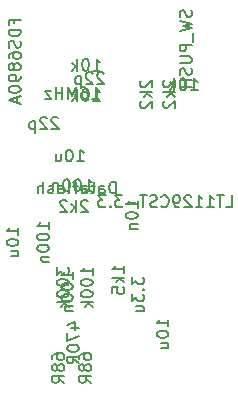
<source format=gbr>
G04 #@! TF.FileFunction,Other,Fab,Bot*
%FSLAX46Y46*%
G04 Gerber Fmt 4.6, Leading zero omitted, Abs format (unit mm)*
G04 Created by KiCad (PCBNEW 4.0.1-stable) date Monday, February 15, 2016 'PMt' 09:43:10 PM*
%MOMM*%
G01*
G04 APERTURE LIST*
%ADD10C,0.100000*%
%ADD11C,0.150000*%
G04 APERTURE END LIST*
D10*
D11*
X128937925Y-85389981D02*
X128937925Y-84389981D01*
X128699830Y-84389981D01*
X128556972Y-84437600D01*
X128461734Y-84532838D01*
X128414115Y-84628076D01*
X128366496Y-84818552D01*
X128366496Y-84961410D01*
X128414115Y-85151886D01*
X128461734Y-85247124D01*
X128556972Y-85342362D01*
X128699830Y-85389981D01*
X128937925Y-85389981D01*
X127509353Y-85389981D02*
X127509353Y-84866171D01*
X127556972Y-84770933D01*
X127652210Y-84723314D01*
X127842687Y-84723314D01*
X127937925Y-84770933D01*
X127509353Y-85342362D02*
X127604591Y-85389981D01*
X127842687Y-85389981D01*
X127937925Y-85342362D01*
X127985544Y-85247124D01*
X127985544Y-85151886D01*
X127937925Y-85056648D01*
X127842687Y-85009029D01*
X127604591Y-85009029D01*
X127509353Y-84961410D01*
X127176020Y-84723314D02*
X126795068Y-84723314D01*
X127033163Y-84389981D02*
X127033163Y-85247124D01*
X126985544Y-85342362D01*
X126890306Y-85389981D01*
X126795068Y-85389981D01*
X126033162Y-85389981D02*
X126033162Y-84866171D01*
X126080781Y-84770933D01*
X126176019Y-84723314D01*
X126366496Y-84723314D01*
X126461734Y-84770933D01*
X126033162Y-85342362D02*
X126128400Y-85389981D01*
X126366496Y-85389981D01*
X126461734Y-85342362D01*
X126509353Y-85247124D01*
X126509353Y-85151886D01*
X126461734Y-85056648D01*
X126366496Y-85009029D01*
X126128400Y-85009029D01*
X126033162Y-84961410D01*
X125699829Y-84723314D02*
X125318877Y-84723314D01*
X125556972Y-85389981D02*
X125556972Y-84532838D01*
X125509353Y-84437600D01*
X125414115Y-84389981D01*
X125318877Y-84389981D01*
X124842686Y-85389981D02*
X124937924Y-85342362D01*
X124985543Y-85247124D01*
X124985543Y-84389981D01*
X124033161Y-85389981D02*
X124033161Y-84866171D01*
X124080780Y-84770933D01*
X124176018Y-84723314D01*
X124366495Y-84723314D01*
X124461733Y-84770933D01*
X124033161Y-85342362D02*
X124128399Y-85389981D01*
X124366495Y-85389981D01*
X124461733Y-85342362D01*
X124509352Y-85247124D01*
X124509352Y-85151886D01*
X124461733Y-85056648D01*
X124366495Y-85009029D01*
X124128399Y-85009029D01*
X124033161Y-84961410D01*
X123604590Y-85342362D02*
X123509352Y-85389981D01*
X123318876Y-85389981D01*
X123223637Y-85342362D01*
X123176018Y-85247124D01*
X123176018Y-85199505D01*
X123223637Y-85104267D01*
X123318876Y-85056648D01*
X123461733Y-85056648D01*
X123556971Y-85009029D01*
X123604590Y-84913790D01*
X123604590Y-84866171D01*
X123556971Y-84770933D01*
X123461733Y-84723314D01*
X123318876Y-84723314D01*
X123223637Y-84770933D01*
X122747447Y-85389981D02*
X122747447Y-84389981D01*
X122318875Y-85389981D02*
X122318875Y-84866171D01*
X122366494Y-84770933D01*
X122461732Y-84723314D01*
X122604590Y-84723314D01*
X122699828Y-84770933D01*
X122747447Y-84818552D01*
X127894286Y-75244619D02*
X127846667Y-75197000D01*
X127751429Y-75149381D01*
X127513333Y-75149381D01*
X127418095Y-75197000D01*
X127370476Y-75244619D01*
X127322857Y-75339857D01*
X127322857Y-75435095D01*
X127370476Y-75577952D01*
X127941905Y-76149381D01*
X127322857Y-76149381D01*
X126941905Y-75244619D02*
X126894286Y-75197000D01*
X126799048Y-75149381D01*
X126560952Y-75149381D01*
X126465714Y-75197000D01*
X126418095Y-75244619D01*
X126370476Y-75339857D01*
X126370476Y-75435095D01*
X126418095Y-75577952D01*
X126989524Y-76149381D01*
X126370476Y-76149381D01*
X125941905Y-75482714D02*
X125941905Y-76482714D01*
X125941905Y-75530333D02*
X125846667Y-75482714D01*
X125656190Y-75482714D01*
X125560952Y-75530333D01*
X125513333Y-75577952D01*
X125465714Y-75673190D01*
X125465714Y-75958905D01*
X125513333Y-76054143D01*
X125560952Y-76101762D01*
X125656190Y-76149381D01*
X125846667Y-76149381D01*
X125941905Y-76101762D01*
X124023286Y-79044619D02*
X123975667Y-78997000D01*
X123880429Y-78949381D01*
X123642333Y-78949381D01*
X123547095Y-78997000D01*
X123499476Y-79044619D01*
X123451857Y-79139857D01*
X123451857Y-79235095D01*
X123499476Y-79377952D01*
X124070905Y-79949381D01*
X123451857Y-79949381D01*
X123070905Y-79044619D02*
X123023286Y-78997000D01*
X122928048Y-78949381D01*
X122689952Y-78949381D01*
X122594714Y-78997000D01*
X122547095Y-79044619D01*
X122499476Y-79139857D01*
X122499476Y-79235095D01*
X122547095Y-79377952D01*
X123118524Y-79949381D01*
X122499476Y-79949381D01*
X122070905Y-79282714D02*
X122070905Y-80282714D01*
X122070905Y-79330333D02*
X121975667Y-79282714D01*
X121785190Y-79282714D01*
X121689952Y-79330333D01*
X121642333Y-79377952D01*
X121594714Y-79473190D01*
X121594714Y-79758905D01*
X121642333Y-79854143D01*
X121689952Y-79901762D01*
X121785190Y-79949381D01*
X121975667Y-79949381D01*
X122070905Y-79901762D01*
X130276381Y-92480000D02*
X130276381Y-93099048D01*
X130657333Y-92765714D01*
X130657333Y-92908572D01*
X130704952Y-93003810D01*
X130752571Y-93051429D01*
X130847810Y-93099048D01*
X131085905Y-93099048D01*
X131181143Y-93051429D01*
X131228762Y-93003810D01*
X131276381Y-92908572D01*
X131276381Y-92622857D01*
X131228762Y-92527619D01*
X131181143Y-92480000D01*
X131181143Y-93527619D02*
X131228762Y-93575238D01*
X131276381Y-93527619D01*
X131228762Y-93480000D01*
X131181143Y-93527619D01*
X131276381Y-93527619D01*
X130276381Y-93908571D02*
X130276381Y-94527619D01*
X130657333Y-94194285D01*
X130657333Y-94337143D01*
X130704952Y-94432381D01*
X130752571Y-94480000D01*
X130847810Y-94527619D01*
X131085905Y-94527619D01*
X131181143Y-94480000D01*
X131228762Y-94432381D01*
X131276381Y-94337143D01*
X131276381Y-94051428D01*
X131228762Y-93956190D01*
X131181143Y-93908571D01*
X130609714Y-95384762D02*
X131276381Y-95384762D01*
X130609714Y-94956190D02*
X131133524Y-94956190D01*
X131228762Y-95003809D01*
X131276381Y-95099047D01*
X131276381Y-95241905D01*
X131228762Y-95337143D01*
X131181143Y-95384762D01*
X125822381Y-99374286D02*
X125822381Y-99183809D01*
X125870000Y-99088571D01*
X125917619Y-99040952D01*
X126060476Y-98945714D01*
X126250952Y-98898095D01*
X126631905Y-98898095D01*
X126727143Y-98945714D01*
X126774762Y-98993333D01*
X126822381Y-99088571D01*
X126822381Y-99279048D01*
X126774762Y-99374286D01*
X126727143Y-99421905D01*
X126631905Y-99469524D01*
X126393810Y-99469524D01*
X126298571Y-99421905D01*
X126250952Y-99374286D01*
X126203333Y-99279048D01*
X126203333Y-99088571D01*
X126250952Y-98993333D01*
X126298571Y-98945714D01*
X126393810Y-98898095D01*
X126250952Y-100040952D02*
X126203333Y-99945714D01*
X126155714Y-99898095D01*
X126060476Y-99850476D01*
X126012857Y-99850476D01*
X125917619Y-99898095D01*
X125870000Y-99945714D01*
X125822381Y-100040952D01*
X125822381Y-100231429D01*
X125870000Y-100326667D01*
X125917619Y-100374286D01*
X126012857Y-100421905D01*
X126060476Y-100421905D01*
X126155714Y-100374286D01*
X126203333Y-100326667D01*
X126250952Y-100231429D01*
X126250952Y-100040952D01*
X126298571Y-99945714D01*
X126346190Y-99898095D01*
X126441429Y-99850476D01*
X126631905Y-99850476D01*
X126727143Y-99898095D01*
X126774762Y-99945714D01*
X126822381Y-100040952D01*
X126822381Y-100231429D01*
X126774762Y-100326667D01*
X126727143Y-100374286D01*
X126631905Y-100421905D01*
X126441429Y-100421905D01*
X126346190Y-100374286D01*
X126298571Y-100326667D01*
X126250952Y-100231429D01*
X126822381Y-101421905D02*
X126346190Y-101088571D01*
X126822381Y-100850476D02*
X125822381Y-100850476D01*
X125822381Y-101231429D01*
X125870000Y-101326667D01*
X125917619Y-101374286D01*
X126012857Y-101421905D01*
X126155714Y-101421905D01*
X126250952Y-101374286D01*
X126298571Y-101326667D01*
X126346190Y-101231429D01*
X126346190Y-100850476D01*
X123536381Y-99374286D02*
X123536381Y-99183809D01*
X123584000Y-99088571D01*
X123631619Y-99040952D01*
X123774476Y-98945714D01*
X123964952Y-98898095D01*
X124345905Y-98898095D01*
X124441143Y-98945714D01*
X124488762Y-98993333D01*
X124536381Y-99088571D01*
X124536381Y-99279048D01*
X124488762Y-99374286D01*
X124441143Y-99421905D01*
X124345905Y-99469524D01*
X124107810Y-99469524D01*
X124012571Y-99421905D01*
X123964952Y-99374286D01*
X123917333Y-99279048D01*
X123917333Y-99088571D01*
X123964952Y-98993333D01*
X124012571Y-98945714D01*
X124107810Y-98898095D01*
X123964952Y-100040952D02*
X123917333Y-99945714D01*
X123869714Y-99898095D01*
X123774476Y-99850476D01*
X123726857Y-99850476D01*
X123631619Y-99898095D01*
X123584000Y-99945714D01*
X123536381Y-100040952D01*
X123536381Y-100231429D01*
X123584000Y-100326667D01*
X123631619Y-100374286D01*
X123726857Y-100421905D01*
X123774476Y-100421905D01*
X123869714Y-100374286D01*
X123917333Y-100326667D01*
X123964952Y-100231429D01*
X123964952Y-100040952D01*
X124012571Y-99945714D01*
X124060190Y-99898095D01*
X124155429Y-99850476D01*
X124345905Y-99850476D01*
X124441143Y-99898095D01*
X124488762Y-99945714D01*
X124536381Y-100040952D01*
X124536381Y-100231429D01*
X124488762Y-100326667D01*
X124441143Y-100374286D01*
X124345905Y-100421905D01*
X124155429Y-100421905D01*
X124060190Y-100374286D01*
X124012571Y-100326667D01*
X123964952Y-100231429D01*
X124536381Y-101421905D02*
X124060190Y-101088571D01*
X124536381Y-100850476D02*
X123536381Y-100850476D01*
X123536381Y-101231429D01*
X123584000Y-101326667D01*
X123631619Y-101374286D01*
X123726857Y-101421905D01*
X123869714Y-101421905D01*
X123964952Y-101374286D01*
X124012571Y-101326667D01*
X124060190Y-101231429D01*
X124060190Y-100850476D01*
X129616381Y-92114762D02*
X129616381Y-91543333D01*
X129616381Y-91829047D02*
X128616381Y-91829047D01*
X128759238Y-91733809D01*
X128854476Y-91638571D01*
X128902095Y-91543333D01*
X129616381Y-92543333D02*
X128616381Y-92543333D01*
X129235429Y-92638571D02*
X129616381Y-92924286D01*
X128949714Y-92924286D02*
X129330667Y-92543333D01*
X128616381Y-93829048D02*
X128616381Y-93352857D01*
X129092571Y-93305238D01*
X129044952Y-93352857D01*
X128997333Y-93448095D01*
X128997333Y-93686191D01*
X129044952Y-93781429D01*
X129092571Y-93829048D01*
X129187810Y-93876667D01*
X129425905Y-93876667D01*
X129521143Y-93829048D01*
X129568762Y-93781429D01*
X129616381Y-93686191D01*
X129616381Y-93448095D01*
X129568762Y-93352857D01*
X129521143Y-93305238D01*
X138238857Y-86558381D02*
X138715048Y-86558381D01*
X138715048Y-85558381D01*
X138048381Y-85558381D02*
X137476952Y-85558381D01*
X137762667Y-86558381D02*
X137762667Y-85558381D01*
X136619809Y-86558381D02*
X137191238Y-86558381D01*
X136905524Y-86558381D02*
X136905524Y-85558381D01*
X137000762Y-85701238D01*
X137096000Y-85796476D01*
X137191238Y-85844095D01*
X135667428Y-86558381D02*
X136238857Y-86558381D01*
X135953143Y-86558381D02*
X135953143Y-85558381D01*
X136048381Y-85701238D01*
X136143619Y-85796476D01*
X136238857Y-85844095D01*
X135286476Y-85653619D02*
X135238857Y-85606000D01*
X135143619Y-85558381D01*
X134905523Y-85558381D01*
X134810285Y-85606000D01*
X134762666Y-85653619D01*
X134715047Y-85748857D01*
X134715047Y-85844095D01*
X134762666Y-85986952D01*
X135334095Y-86558381D01*
X134715047Y-86558381D01*
X134238857Y-86558381D02*
X134048381Y-86558381D01*
X133953142Y-86510762D01*
X133905523Y-86463143D01*
X133810285Y-86320286D01*
X133762666Y-86129810D01*
X133762666Y-85748857D01*
X133810285Y-85653619D01*
X133857904Y-85606000D01*
X133953142Y-85558381D01*
X134143619Y-85558381D01*
X134238857Y-85606000D01*
X134286476Y-85653619D01*
X134334095Y-85748857D01*
X134334095Y-85986952D01*
X134286476Y-86082190D01*
X134238857Y-86129810D01*
X134143619Y-86177429D01*
X133953142Y-86177429D01*
X133857904Y-86129810D01*
X133810285Y-86082190D01*
X133762666Y-85986952D01*
X132762666Y-86463143D02*
X132810285Y-86510762D01*
X132953142Y-86558381D01*
X133048380Y-86558381D01*
X133191238Y-86510762D01*
X133286476Y-86415524D01*
X133334095Y-86320286D01*
X133381714Y-86129810D01*
X133381714Y-85986952D01*
X133334095Y-85796476D01*
X133286476Y-85701238D01*
X133191238Y-85606000D01*
X133048380Y-85558381D01*
X132953142Y-85558381D01*
X132810285Y-85606000D01*
X132762666Y-85653619D01*
X132381714Y-86510762D02*
X132238857Y-86558381D01*
X132000761Y-86558381D01*
X131905523Y-86510762D01*
X131857904Y-86463143D01*
X131810285Y-86367905D01*
X131810285Y-86272667D01*
X131857904Y-86177429D01*
X131905523Y-86129810D01*
X132000761Y-86082190D01*
X132191238Y-86034571D01*
X132286476Y-85986952D01*
X132334095Y-85939333D01*
X132381714Y-85844095D01*
X132381714Y-85748857D01*
X132334095Y-85653619D01*
X132286476Y-85606000D01*
X132191238Y-85558381D01*
X131953142Y-85558381D01*
X131810285Y-85606000D01*
X131524571Y-85558381D02*
X130953142Y-85558381D01*
X131238857Y-86558381D02*
X131238857Y-85558381D01*
X130619809Y-86177429D02*
X129857904Y-86177429D01*
X129476952Y-85558381D02*
X128857904Y-85558381D01*
X129191238Y-85939333D01*
X129048380Y-85939333D01*
X128953142Y-85986952D01*
X128905523Y-86034571D01*
X128857904Y-86129810D01*
X128857904Y-86367905D01*
X128905523Y-86463143D01*
X128953142Y-86510762D01*
X129048380Y-86558381D01*
X129334095Y-86558381D01*
X129429333Y-86510762D01*
X129476952Y-86463143D01*
X128429333Y-86463143D02*
X128381714Y-86510762D01*
X128429333Y-86558381D01*
X128476952Y-86510762D01*
X128429333Y-86463143D01*
X128429333Y-86558381D01*
X128048381Y-85558381D02*
X127429333Y-85558381D01*
X127762667Y-85939333D01*
X127619809Y-85939333D01*
X127524571Y-85986952D01*
X127476952Y-86034571D01*
X127429333Y-86129810D01*
X127429333Y-86367905D01*
X127476952Y-86463143D01*
X127524571Y-86510762D01*
X127619809Y-86558381D01*
X127905524Y-86558381D01*
X128000762Y-86510762D01*
X128048381Y-86463143D01*
X120324571Y-71001334D02*
X120324571Y-70668000D01*
X120848381Y-70668000D02*
X119848381Y-70668000D01*
X119848381Y-71144191D01*
X120848381Y-71525143D02*
X119848381Y-71525143D01*
X119848381Y-71763238D01*
X119896000Y-71906096D01*
X119991238Y-72001334D01*
X120086476Y-72048953D01*
X120276952Y-72096572D01*
X120419810Y-72096572D01*
X120610286Y-72048953D01*
X120705524Y-72001334D01*
X120800762Y-71906096D01*
X120848381Y-71763238D01*
X120848381Y-71525143D01*
X120800762Y-72477524D02*
X120848381Y-72620381D01*
X120848381Y-72858477D01*
X120800762Y-72953715D01*
X120753143Y-73001334D01*
X120657905Y-73048953D01*
X120562667Y-73048953D01*
X120467429Y-73001334D01*
X120419810Y-72953715D01*
X120372190Y-72858477D01*
X120324571Y-72668000D01*
X120276952Y-72572762D01*
X120229333Y-72525143D01*
X120134095Y-72477524D01*
X120038857Y-72477524D01*
X119943619Y-72525143D01*
X119896000Y-72572762D01*
X119848381Y-72668000D01*
X119848381Y-72906096D01*
X119896000Y-73048953D01*
X119848381Y-73906096D02*
X119848381Y-73715619D01*
X119896000Y-73620381D01*
X119943619Y-73572762D01*
X120086476Y-73477524D01*
X120276952Y-73429905D01*
X120657905Y-73429905D01*
X120753143Y-73477524D01*
X120800762Y-73525143D01*
X120848381Y-73620381D01*
X120848381Y-73810858D01*
X120800762Y-73906096D01*
X120753143Y-73953715D01*
X120657905Y-74001334D01*
X120419810Y-74001334D01*
X120324571Y-73953715D01*
X120276952Y-73906096D01*
X120229333Y-73810858D01*
X120229333Y-73620381D01*
X120276952Y-73525143D01*
X120324571Y-73477524D01*
X120419810Y-73429905D01*
X120276952Y-74572762D02*
X120229333Y-74477524D01*
X120181714Y-74429905D01*
X120086476Y-74382286D01*
X120038857Y-74382286D01*
X119943619Y-74429905D01*
X119896000Y-74477524D01*
X119848381Y-74572762D01*
X119848381Y-74763239D01*
X119896000Y-74858477D01*
X119943619Y-74906096D01*
X120038857Y-74953715D01*
X120086476Y-74953715D01*
X120181714Y-74906096D01*
X120229333Y-74858477D01*
X120276952Y-74763239D01*
X120276952Y-74572762D01*
X120324571Y-74477524D01*
X120372190Y-74429905D01*
X120467429Y-74382286D01*
X120657905Y-74382286D01*
X120753143Y-74429905D01*
X120800762Y-74477524D01*
X120848381Y-74572762D01*
X120848381Y-74763239D01*
X120800762Y-74858477D01*
X120753143Y-74906096D01*
X120657905Y-74953715D01*
X120467429Y-74953715D01*
X120372190Y-74906096D01*
X120324571Y-74858477D01*
X120276952Y-74763239D01*
X120848381Y-75429905D02*
X120848381Y-75620381D01*
X120800762Y-75715620D01*
X120753143Y-75763239D01*
X120610286Y-75858477D01*
X120419810Y-75906096D01*
X120038857Y-75906096D01*
X119943619Y-75858477D01*
X119896000Y-75810858D01*
X119848381Y-75715620D01*
X119848381Y-75525143D01*
X119896000Y-75429905D01*
X119943619Y-75382286D01*
X120038857Y-75334667D01*
X120276952Y-75334667D01*
X120372190Y-75382286D01*
X120419810Y-75429905D01*
X120467429Y-75525143D01*
X120467429Y-75715620D01*
X120419810Y-75810858D01*
X120372190Y-75858477D01*
X120276952Y-75906096D01*
X119848381Y-76525143D02*
X119848381Y-76620382D01*
X119896000Y-76715620D01*
X119943619Y-76763239D01*
X120038857Y-76810858D01*
X120229333Y-76858477D01*
X120467429Y-76858477D01*
X120657905Y-76810858D01*
X120753143Y-76763239D01*
X120800762Y-76715620D01*
X120848381Y-76620382D01*
X120848381Y-76525143D01*
X120800762Y-76429905D01*
X120753143Y-76382286D01*
X120657905Y-76334667D01*
X120467429Y-76287048D01*
X120229333Y-76287048D01*
X120038857Y-76334667D01*
X119943619Y-76382286D01*
X119896000Y-76429905D01*
X119848381Y-76525143D01*
X120562667Y-77239429D02*
X120562667Y-77715620D01*
X120848381Y-77144191D02*
X119848381Y-77477524D01*
X120848381Y-77810858D01*
X127003238Y-74996381D02*
X127574667Y-74996381D01*
X127288953Y-74996381D02*
X127288953Y-73996381D01*
X127384191Y-74139238D01*
X127479429Y-74234476D01*
X127574667Y-74282095D01*
X126384191Y-73996381D02*
X126288952Y-73996381D01*
X126193714Y-74044000D01*
X126146095Y-74091619D01*
X126098476Y-74186857D01*
X126050857Y-74377333D01*
X126050857Y-74615429D01*
X126098476Y-74805905D01*
X126146095Y-74901143D01*
X126193714Y-74948762D01*
X126288952Y-74996381D01*
X126384191Y-74996381D01*
X126479429Y-74948762D01*
X126527048Y-74901143D01*
X126574667Y-74805905D01*
X126622286Y-74615429D01*
X126622286Y-74377333D01*
X126574667Y-74186857D01*
X126527048Y-74091619D01*
X126479429Y-74044000D01*
X126384191Y-73996381D01*
X125622286Y-74996381D02*
X125622286Y-73996381D01*
X125527048Y-74615429D02*
X125241333Y-74996381D01*
X125241333Y-74329714D02*
X125622286Y-74710667D01*
X127003238Y-77536381D02*
X127574667Y-77536381D01*
X127288953Y-77536381D02*
X127288953Y-76536381D01*
X127384191Y-76679238D01*
X127479429Y-76774476D01*
X127574667Y-76822095D01*
X126384191Y-76536381D02*
X126288952Y-76536381D01*
X126193714Y-76584000D01*
X126146095Y-76631619D01*
X126098476Y-76726857D01*
X126050857Y-76917333D01*
X126050857Y-77155429D01*
X126098476Y-77345905D01*
X126146095Y-77441143D01*
X126193714Y-77488762D01*
X126288952Y-77536381D01*
X126384191Y-77536381D01*
X126479429Y-77488762D01*
X126527048Y-77441143D01*
X126574667Y-77345905D01*
X126622286Y-77155429D01*
X126622286Y-76917333D01*
X126574667Y-76726857D01*
X126527048Y-76631619D01*
X126479429Y-76584000D01*
X126384191Y-76536381D01*
X125622286Y-77536381D02*
X125622286Y-76536381D01*
X125527048Y-77155429D02*
X125241333Y-77536381D01*
X125241333Y-76869714D02*
X125622286Y-77250667D01*
X131051119Y-75838333D02*
X131003500Y-75885952D01*
X130955881Y-75981190D01*
X130955881Y-76219286D01*
X131003500Y-76314524D01*
X131051119Y-76362143D01*
X131146357Y-76409762D01*
X131241595Y-76409762D01*
X131384452Y-76362143D01*
X131955881Y-75790714D01*
X131955881Y-76409762D01*
X131955881Y-76838333D02*
X130955881Y-76838333D01*
X131574929Y-76933571D02*
X131955881Y-77219286D01*
X131289214Y-77219286D02*
X131670167Y-76838333D01*
X131051119Y-77600238D02*
X131003500Y-77647857D01*
X130955881Y-77743095D01*
X130955881Y-77981191D01*
X131003500Y-78076429D01*
X131051119Y-78124048D01*
X131146357Y-78171667D01*
X131241595Y-78171667D01*
X131384452Y-78124048D01*
X131955881Y-77552619D01*
X131955881Y-78171667D01*
X133019619Y-75815833D02*
X132972000Y-75863452D01*
X132924381Y-75958690D01*
X132924381Y-76196786D01*
X132972000Y-76292024D01*
X133019619Y-76339643D01*
X133114857Y-76387262D01*
X133210095Y-76387262D01*
X133352952Y-76339643D01*
X133924381Y-75768214D01*
X133924381Y-76387262D01*
X133924381Y-76815833D02*
X132924381Y-76815833D01*
X133543429Y-76911071D02*
X133924381Y-77196786D01*
X133257714Y-77196786D02*
X133638667Y-76815833D01*
X133019619Y-77577738D02*
X132972000Y-77625357D01*
X132924381Y-77720595D01*
X132924381Y-77958691D01*
X132972000Y-78053929D01*
X133019619Y-78101548D01*
X133114857Y-78149167D01*
X133210095Y-78149167D01*
X133352952Y-78101548D01*
X133924381Y-77530119D01*
X133924381Y-78149167D01*
X135278762Y-69890095D02*
X135326381Y-70032952D01*
X135326381Y-70271048D01*
X135278762Y-70366286D01*
X135231143Y-70413905D01*
X135135905Y-70461524D01*
X135040667Y-70461524D01*
X134945429Y-70413905D01*
X134897810Y-70366286D01*
X134850190Y-70271048D01*
X134802571Y-70080571D01*
X134754952Y-69985333D01*
X134707333Y-69937714D01*
X134612095Y-69890095D01*
X134516857Y-69890095D01*
X134421619Y-69937714D01*
X134374000Y-69985333D01*
X134326381Y-70080571D01*
X134326381Y-70318667D01*
X134374000Y-70461524D01*
X134326381Y-70794857D02*
X135326381Y-71032952D01*
X134612095Y-71223429D01*
X135326381Y-71413905D01*
X134326381Y-71652000D01*
X135421619Y-71794857D02*
X135421619Y-72556762D01*
X135326381Y-72794857D02*
X134326381Y-72794857D01*
X134326381Y-73175810D01*
X134374000Y-73271048D01*
X134421619Y-73318667D01*
X134516857Y-73366286D01*
X134659714Y-73366286D01*
X134754952Y-73318667D01*
X134802571Y-73271048D01*
X134850190Y-73175810D01*
X134850190Y-72794857D01*
X134326381Y-73794857D02*
X135135905Y-73794857D01*
X135231143Y-73842476D01*
X135278762Y-73890095D01*
X135326381Y-73985333D01*
X135326381Y-74175810D01*
X135278762Y-74271048D01*
X135231143Y-74318667D01*
X135135905Y-74366286D01*
X134326381Y-74366286D01*
X135278762Y-74794857D02*
X135326381Y-74937714D01*
X135326381Y-75175810D01*
X135278762Y-75271048D01*
X135231143Y-75318667D01*
X135135905Y-75366286D01*
X135040667Y-75366286D01*
X134945429Y-75318667D01*
X134897810Y-75271048D01*
X134850190Y-75175810D01*
X134802571Y-74985333D01*
X134754952Y-74890095D01*
X134707333Y-74842476D01*
X134612095Y-74794857D01*
X134516857Y-74794857D01*
X134421619Y-74842476D01*
X134374000Y-74890095D01*
X134326381Y-74985333D01*
X134326381Y-75223429D01*
X134374000Y-75366286D01*
X135326381Y-75794857D02*
X134326381Y-75794857D01*
X134802571Y-75794857D02*
X134802571Y-76366286D01*
X135326381Y-76366286D02*
X134326381Y-76366286D01*
X130749381Y-86606143D02*
X130749381Y-86034714D01*
X130749381Y-86320428D02*
X129749381Y-86320428D01*
X129892238Y-86225190D01*
X129987476Y-86129952D01*
X130035095Y-86034714D01*
X129749381Y-87225190D02*
X129749381Y-87320429D01*
X129797000Y-87415667D01*
X129844619Y-87463286D01*
X129939857Y-87510905D01*
X130130333Y-87558524D01*
X130368429Y-87558524D01*
X130558905Y-87510905D01*
X130654143Y-87463286D01*
X130701762Y-87415667D01*
X130749381Y-87320429D01*
X130749381Y-87225190D01*
X130701762Y-87129952D01*
X130654143Y-87082333D01*
X130558905Y-87034714D01*
X130368429Y-86987095D01*
X130130333Y-86987095D01*
X129939857Y-87034714D01*
X129844619Y-87082333D01*
X129797000Y-87129952D01*
X129749381Y-87225190D01*
X130082714Y-87987095D02*
X130749381Y-87987095D01*
X130177952Y-87987095D02*
X130130333Y-88034714D01*
X130082714Y-88129952D01*
X130082714Y-88272810D01*
X130130333Y-88368048D01*
X130225571Y-88415667D01*
X130749381Y-88415667D01*
X126515667Y-86039619D02*
X126468048Y-85992000D01*
X126372810Y-85944381D01*
X126134714Y-85944381D01*
X126039476Y-85992000D01*
X125991857Y-86039619D01*
X125944238Y-86134857D01*
X125944238Y-86230095D01*
X125991857Y-86372952D01*
X126563286Y-86944381D01*
X125944238Y-86944381D01*
X125515667Y-86944381D02*
X125515667Y-85944381D01*
X125420429Y-86563429D02*
X125134714Y-86944381D01*
X125134714Y-86277714D02*
X125515667Y-86658667D01*
X124753762Y-86039619D02*
X124706143Y-85992000D01*
X124610905Y-85944381D01*
X124372809Y-85944381D01*
X124277571Y-85992000D01*
X124229952Y-86039619D01*
X124182333Y-86134857D01*
X124182333Y-86230095D01*
X124229952Y-86372952D01*
X124801381Y-86944381D01*
X124182333Y-86944381D01*
X126912476Y-77414381D02*
X127483905Y-77414381D01*
X127198191Y-77414381D02*
X127198191Y-76414381D01*
X127293429Y-76557238D01*
X127388667Y-76652476D01*
X127483905Y-76700095D01*
X126055333Y-76414381D02*
X126245810Y-76414381D01*
X126341048Y-76462000D01*
X126388667Y-76509619D01*
X126483905Y-76652476D01*
X126531524Y-76842952D01*
X126531524Y-77223905D01*
X126483905Y-77319143D01*
X126436286Y-77366762D01*
X126341048Y-77414381D01*
X126150571Y-77414381D01*
X126055333Y-77366762D01*
X126007714Y-77319143D01*
X125960095Y-77223905D01*
X125960095Y-76985810D01*
X126007714Y-76890571D01*
X126055333Y-76842952D01*
X126150571Y-76795333D01*
X126341048Y-76795333D01*
X126436286Y-76842952D01*
X126483905Y-76890571D01*
X126531524Y-76985810D01*
X125531524Y-77414381D02*
X125531524Y-76414381D01*
X125198190Y-77128667D01*
X124864857Y-76414381D01*
X124864857Y-77414381D01*
X124388667Y-77414381D02*
X124388667Y-76414381D01*
X124388667Y-76890571D02*
X123817238Y-76890571D01*
X123817238Y-77414381D02*
X123817238Y-76414381D01*
X123436286Y-76747714D02*
X122912476Y-76747714D01*
X123436286Y-77414381D01*
X122912476Y-77414381D01*
X135258238Y-76657381D02*
X135829667Y-76657381D01*
X135543953Y-76657381D02*
X135543953Y-75657381D01*
X135639191Y-75800238D01*
X135734429Y-75895476D01*
X135829667Y-75943095D01*
X134639191Y-75657381D02*
X134543952Y-75657381D01*
X134448714Y-75705000D01*
X134401095Y-75752619D01*
X134353476Y-75847857D01*
X134305857Y-76038333D01*
X134305857Y-76276429D01*
X134353476Y-76466905D01*
X134401095Y-76562143D01*
X134448714Y-76609762D01*
X134543952Y-76657381D01*
X134639191Y-76657381D01*
X134734429Y-76609762D01*
X134782048Y-76562143D01*
X134829667Y-76466905D01*
X134877286Y-76276429D01*
X134877286Y-76038333D01*
X134829667Y-75847857D01*
X134782048Y-75752619D01*
X134734429Y-75705000D01*
X134639191Y-75657381D01*
X133877286Y-76657381D02*
X133877286Y-75657381D01*
X133782048Y-76276429D02*
X133496333Y-76657381D01*
X133496333Y-75990714D02*
X133877286Y-76371667D01*
X125129714Y-96782096D02*
X125796381Y-96782096D01*
X124748762Y-96544000D02*
X125463048Y-96305905D01*
X125463048Y-96924953D01*
X124796381Y-97210667D02*
X124796381Y-97877334D01*
X125796381Y-97448762D01*
X124796381Y-98448762D02*
X124796381Y-98544001D01*
X124844000Y-98639239D01*
X124891619Y-98686858D01*
X124986857Y-98734477D01*
X125177333Y-98782096D01*
X125415429Y-98782096D01*
X125605905Y-98734477D01*
X125701143Y-98686858D01*
X125748762Y-98639239D01*
X125796381Y-98544001D01*
X125796381Y-98448762D01*
X125748762Y-98353524D01*
X125701143Y-98305905D01*
X125605905Y-98258286D01*
X125415429Y-98210667D01*
X125177333Y-98210667D01*
X124986857Y-98258286D01*
X124891619Y-98305905D01*
X124844000Y-98353524D01*
X124796381Y-98448762D01*
X125796381Y-99782096D02*
X125320190Y-99448762D01*
X125796381Y-99210667D02*
X124796381Y-99210667D01*
X124796381Y-99591620D01*
X124844000Y-99686858D01*
X124891619Y-99734477D01*
X124986857Y-99782096D01*
X125129714Y-99782096D01*
X125224952Y-99734477D01*
X125272571Y-99686858D01*
X125320190Y-99591620D01*
X125320190Y-99210667D01*
X125630857Y-82680381D02*
X126202286Y-82680381D01*
X125916572Y-82680381D02*
X125916572Y-81680381D01*
X126011810Y-81823238D01*
X126107048Y-81918476D01*
X126202286Y-81966095D01*
X125011810Y-81680381D02*
X124916571Y-81680381D01*
X124821333Y-81728000D01*
X124773714Y-81775619D01*
X124726095Y-81870857D01*
X124678476Y-82061333D01*
X124678476Y-82299429D01*
X124726095Y-82489905D01*
X124773714Y-82585143D01*
X124821333Y-82632762D01*
X124916571Y-82680381D01*
X125011810Y-82680381D01*
X125107048Y-82632762D01*
X125154667Y-82585143D01*
X125202286Y-82489905D01*
X125249905Y-82299429D01*
X125249905Y-82061333D01*
X125202286Y-81870857D01*
X125154667Y-81775619D01*
X125107048Y-81728000D01*
X125011810Y-81680381D01*
X123821333Y-82013714D02*
X123821333Y-82680381D01*
X124249905Y-82013714D02*
X124249905Y-82537524D01*
X124202286Y-82632762D01*
X124107048Y-82680381D01*
X123964190Y-82680381D01*
X123868952Y-82632762D01*
X123821333Y-82585143D01*
X120662381Y-88892143D02*
X120662381Y-88320714D01*
X120662381Y-88606428D02*
X119662381Y-88606428D01*
X119805238Y-88511190D01*
X119900476Y-88415952D01*
X119948095Y-88320714D01*
X119662381Y-89511190D02*
X119662381Y-89606429D01*
X119710000Y-89701667D01*
X119757619Y-89749286D01*
X119852857Y-89796905D01*
X120043333Y-89844524D01*
X120281429Y-89844524D01*
X120471905Y-89796905D01*
X120567143Y-89749286D01*
X120614762Y-89701667D01*
X120662381Y-89606429D01*
X120662381Y-89511190D01*
X120614762Y-89415952D01*
X120567143Y-89368333D01*
X120471905Y-89320714D01*
X120281429Y-89273095D01*
X120043333Y-89273095D01*
X119852857Y-89320714D01*
X119757619Y-89368333D01*
X119710000Y-89415952D01*
X119662381Y-89511190D01*
X119995714Y-90701667D02*
X120662381Y-90701667D01*
X119995714Y-90273095D02*
X120519524Y-90273095D01*
X120614762Y-90320714D01*
X120662381Y-90415952D01*
X120662381Y-90558810D01*
X120614762Y-90654048D01*
X120567143Y-90701667D01*
X126341047Y-85166381D02*
X126912476Y-85166381D01*
X126626762Y-85166381D02*
X126626762Y-84166381D01*
X126722000Y-84309238D01*
X126817238Y-84404476D01*
X126912476Y-84452095D01*
X125722000Y-84166381D02*
X125626761Y-84166381D01*
X125531523Y-84214000D01*
X125483904Y-84261619D01*
X125436285Y-84356857D01*
X125388666Y-84547333D01*
X125388666Y-84785429D01*
X125436285Y-84975905D01*
X125483904Y-85071143D01*
X125531523Y-85118762D01*
X125626761Y-85166381D01*
X125722000Y-85166381D01*
X125817238Y-85118762D01*
X125864857Y-85071143D01*
X125912476Y-84975905D01*
X125960095Y-84785429D01*
X125960095Y-84547333D01*
X125912476Y-84356857D01*
X125864857Y-84261619D01*
X125817238Y-84214000D01*
X125722000Y-84166381D01*
X124769619Y-84166381D02*
X124674380Y-84166381D01*
X124579142Y-84214000D01*
X124531523Y-84261619D01*
X124483904Y-84356857D01*
X124436285Y-84547333D01*
X124436285Y-84785429D01*
X124483904Y-84975905D01*
X124531523Y-85071143D01*
X124579142Y-85118762D01*
X124674380Y-85166381D01*
X124769619Y-85166381D01*
X124864857Y-85118762D01*
X124912476Y-85071143D01*
X124960095Y-84975905D01*
X125007714Y-84785429D01*
X125007714Y-84547333D01*
X124960095Y-84356857D01*
X124912476Y-84261619D01*
X124864857Y-84214000D01*
X124769619Y-84166381D01*
X124007714Y-84499714D02*
X124007714Y-85166381D01*
X124007714Y-84594952D02*
X123960095Y-84547333D01*
X123864857Y-84499714D01*
X123721999Y-84499714D01*
X123626761Y-84547333D01*
X123579142Y-84642571D01*
X123579142Y-85166381D01*
X123256381Y-88413453D02*
X123256381Y-87842024D01*
X123256381Y-88127738D02*
X122256381Y-88127738D01*
X122399238Y-88032500D01*
X122494476Y-87937262D01*
X122542095Y-87842024D01*
X122256381Y-89032500D02*
X122256381Y-89127739D01*
X122304000Y-89222977D01*
X122351619Y-89270596D01*
X122446857Y-89318215D01*
X122637333Y-89365834D01*
X122875429Y-89365834D01*
X123065905Y-89318215D01*
X123161143Y-89270596D01*
X123208762Y-89222977D01*
X123256381Y-89127739D01*
X123256381Y-89032500D01*
X123208762Y-88937262D01*
X123161143Y-88889643D01*
X123065905Y-88842024D01*
X122875429Y-88794405D01*
X122637333Y-88794405D01*
X122446857Y-88842024D01*
X122351619Y-88889643D01*
X122304000Y-88937262D01*
X122256381Y-89032500D01*
X122256381Y-89984881D02*
X122256381Y-90080120D01*
X122304000Y-90175358D01*
X122351619Y-90222977D01*
X122446857Y-90270596D01*
X122637333Y-90318215D01*
X122875429Y-90318215D01*
X123065905Y-90270596D01*
X123161143Y-90222977D01*
X123208762Y-90175358D01*
X123256381Y-90080120D01*
X123256381Y-89984881D01*
X123208762Y-89889643D01*
X123161143Y-89842024D01*
X123065905Y-89794405D01*
X122875429Y-89746786D01*
X122637333Y-89746786D01*
X122446857Y-89794405D01*
X122351619Y-89842024D01*
X122304000Y-89889643D01*
X122256381Y-89984881D01*
X122589714Y-90746786D02*
X123256381Y-90746786D01*
X122684952Y-90746786D02*
X122637333Y-90794405D01*
X122589714Y-90889643D01*
X122589714Y-91032501D01*
X122637333Y-91127739D01*
X122732571Y-91175358D01*
X123256381Y-91175358D01*
X133362381Y-96639143D02*
X133362381Y-96067714D01*
X133362381Y-96353428D02*
X132362381Y-96353428D01*
X132505238Y-96258190D01*
X132600476Y-96162952D01*
X132648095Y-96067714D01*
X132362381Y-97258190D02*
X132362381Y-97353429D01*
X132410000Y-97448667D01*
X132457619Y-97496286D01*
X132552857Y-97543905D01*
X132743333Y-97591524D01*
X132981429Y-97591524D01*
X133171905Y-97543905D01*
X133267143Y-97496286D01*
X133314762Y-97448667D01*
X133362381Y-97353429D01*
X133362381Y-97258190D01*
X133314762Y-97162952D01*
X133267143Y-97115333D01*
X133171905Y-97067714D01*
X132981429Y-97020095D01*
X132743333Y-97020095D01*
X132552857Y-97067714D01*
X132457619Y-97115333D01*
X132410000Y-97162952D01*
X132362381Y-97258190D01*
X132695714Y-98448667D02*
X133362381Y-98448667D01*
X132695714Y-98020095D02*
X133219524Y-98020095D01*
X133314762Y-98067714D01*
X133362381Y-98162952D01*
X133362381Y-98305810D01*
X133314762Y-98401048D01*
X133267143Y-98448667D01*
X125288381Y-92606953D02*
X125288381Y-92035524D01*
X125288381Y-92321238D02*
X124288381Y-92321238D01*
X124431238Y-92226000D01*
X124526476Y-92130762D01*
X124574095Y-92035524D01*
X124288381Y-93226000D02*
X124288381Y-93321239D01*
X124336000Y-93416477D01*
X124383619Y-93464096D01*
X124478857Y-93511715D01*
X124669333Y-93559334D01*
X124907429Y-93559334D01*
X125097905Y-93511715D01*
X125193143Y-93464096D01*
X125240762Y-93416477D01*
X125288381Y-93321239D01*
X125288381Y-93226000D01*
X125240762Y-93130762D01*
X125193143Y-93083143D01*
X125097905Y-93035524D01*
X124907429Y-92987905D01*
X124669333Y-92987905D01*
X124478857Y-93035524D01*
X124383619Y-93083143D01*
X124336000Y-93130762D01*
X124288381Y-93226000D01*
X124288381Y-94178381D02*
X124288381Y-94273620D01*
X124336000Y-94368858D01*
X124383619Y-94416477D01*
X124478857Y-94464096D01*
X124669333Y-94511715D01*
X124907429Y-94511715D01*
X125097905Y-94464096D01*
X125193143Y-94416477D01*
X125240762Y-94368858D01*
X125288381Y-94273620D01*
X125288381Y-94178381D01*
X125240762Y-94083143D01*
X125193143Y-94035524D01*
X125097905Y-93987905D01*
X124907429Y-93940286D01*
X124669333Y-93940286D01*
X124478857Y-93987905D01*
X124383619Y-94035524D01*
X124336000Y-94083143D01*
X124288381Y-94178381D01*
X124621714Y-94940286D02*
X125288381Y-94940286D01*
X124716952Y-94940286D02*
X124669333Y-94987905D01*
X124621714Y-95083143D01*
X124621714Y-95226001D01*
X124669333Y-95321239D01*
X124764571Y-95368858D01*
X125288381Y-95368858D01*
X123917381Y-91654524D02*
X123917381Y-92273572D01*
X124298333Y-91940238D01*
X124298333Y-92083096D01*
X124345952Y-92178334D01*
X124393571Y-92225953D01*
X124488810Y-92273572D01*
X124726905Y-92273572D01*
X124822143Y-92225953D01*
X124869762Y-92178334D01*
X124917381Y-92083096D01*
X124917381Y-91797381D01*
X124869762Y-91702143D01*
X124822143Y-91654524D01*
X123917381Y-92892619D02*
X123917381Y-92987858D01*
X123965000Y-93083096D01*
X124012619Y-93130715D01*
X124107857Y-93178334D01*
X124298333Y-93225953D01*
X124536429Y-93225953D01*
X124726905Y-93178334D01*
X124822143Y-93130715D01*
X124869762Y-93083096D01*
X124917381Y-92987858D01*
X124917381Y-92892619D01*
X124869762Y-92797381D01*
X124822143Y-92749762D01*
X124726905Y-92702143D01*
X124536429Y-92654524D01*
X124298333Y-92654524D01*
X124107857Y-92702143D01*
X124012619Y-92749762D01*
X123965000Y-92797381D01*
X123917381Y-92892619D01*
X123917381Y-93845000D02*
X123917381Y-93940239D01*
X123965000Y-94035477D01*
X124012619Y-94083096D01*
X124107857Y-94130715D01*
X124298333Y-94178334D01*
X124536429Y-94178334D01*
X124726905Y-94130715D01*
X124822143Y-94083096D01*
X124869762Y-94035477D01*
X124917381Y-93940239D01*
X124917381Y-93845000D01*
X124869762Y-93749762D01*
X124822143Y-93702143D01*
X124726905Y-93654524D01*
X124536429Y-93606905D01*
X124298333Y-93606905D01*
X124107857Y-93654524D01*
X124012619Y-93702143D01*
X123965000Y-93749762D01*
X123917381Y-93845000D01*
X124917381Y-94606905D02*
X123917381Y-94606905D01*
X124536429Y-94702143D02*
X124917381Y-94987858D01*
X124250714Y-94987858D02*
X124631667Y-94606905D01*
X126939381Y-92273572D02*
X126939381Y-91702143D01*
X126939381Y-91987857D02*
X125939381Y-91987857D01*
X126082238Y-91892619D01*
X126177476Y-91797381D01*
X126225095Y-91702143D01*
X125939381Y-92892619D02*
X125939381Y-92987858D01*
X125987000Y-93083096D01*
X126034619Y-93130715D01*
X126129857Y-93178334D01*
X126320333Y-93225953D01*
X126558429Y-93225953D01*
X126748905Y-93178334D01*
X126844143Y-93130715D01*
X126891762Y-93083096D01*
X126939381Y-92987858D01*
X126939381Y-92892619D01*
X126891762Y-92797381D01*
X126844143Y-92749762D01*
X126748905Y-92702143D01*
X126558429Y-92654524D01*
X126320333Y-92654524D01*
X126129857Y-92702143D01*
X126034619Y-92749762D01*
X125987000Y-92797381D01*
X125939381Y-92892619D01*
X125939381Y-93845000D02*
X125939381Y-93940239D01*
X125987000Y-94035477D01*
X126034619Y-94083096D01*
X126129857Y-94130715D01*
X126320333Y-94178334D01*
X126558429Y-94178334D01*
X126748905Y-94130715D01*
X126844143Y-94083096D01*
X126891762Y-94035477D01*
X126939381Y-93940239D01*
X126939381Y-93845000D01*
X126891762Y-93749762D01*
X126844143Y-93702143D01*
X126748905Y-93654524D01*
X126558429Y-93606905D01*
X126320333Y-93606905D01*
X126129857Y-93654524D01*
X126034619Y-93702143D01*
X125987000Y-93749762D01*
X125939381Y-93845000D01*
X126939381Y-94606905D02*
X125939381Y-94606905D01*
X126558429Y-94702143D02*
X126939381Y-94987858D01*
X126272714Y-94987858D02*
X126653667Y-94606905D01*
M02*

</source>
